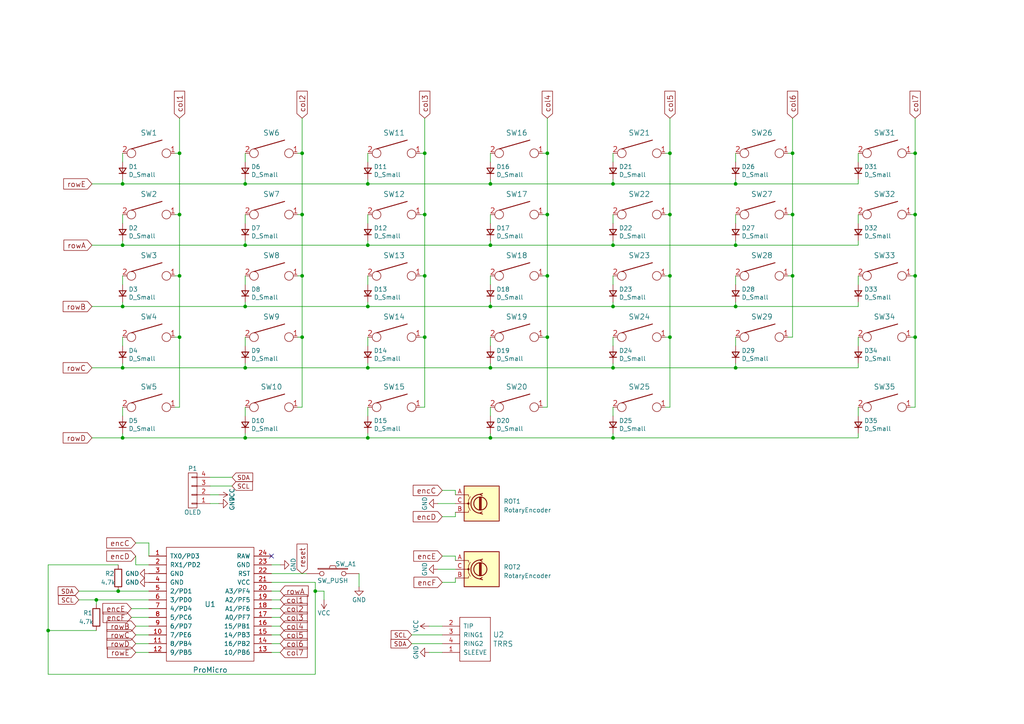
<source format=kicad_sch>
(kicad_sch (version 20230121) (generator eeschema)
  (paper "A4")
  (lib_symbols
    (symbol "Device:D_Small" (pin_numbers hide) (pin_names (offset 0.254) hide)
      (property "Reference" "D" (at -1.27 2.032 0))
      (property "Value" "D_Small" (at -3.81 -2.032 0))
      (symbol "D_Small_0_1"
        (polyline (pts (xy -0.762 -1.016) (xy -0.762 1.016)) (stroke (width 0.254)))
        (polyline (pts (xy -0.762 0) (xy 0.762 0)))
        (polyline (pts (xy 0.762 -1.016) (xy -0.762 0) (xy 0.762 1.016) (xy 0.762 -1.016)) (stroke (width 0.254)))
      )
      (symbol "D_Small_1_1"
        (pin passive line (at -2.54 0 0) (length 1.778) (name "K") (number "1"))
        (pin passive line (at 2.54 0 180) (length 1.778) (name "A") (number "2"))
      )
    )
    (symbol "Device:R" (pin_numbers hide) (pin_names (offset 0))
      (property "Reference" "R" (at 2.032 0 90))
      (property "Value" "R" (at 0 0 90))
      (symbol "R_0_1"
        (rectangle (start -1.016 -2.54) (end 1.016 2.54) (stroke (width 0.254)))
      )
      (symbol "R_1_1"
        (pin passive line (at 0 3.81 270) (length 1.27) (name "~") (number "1"))
        (pin passive line (at 0 -3.81 90) (length 1.27) (name "~") (number "2"))
      )
    )
    (symbol "Device:RotaryEncoder" (pin_names (offset 0.254) hide)
      (property "Reference" "SW" (at 0 6.604 0))
      (property "Value" "RotaryEncoder" (at 0 -6.604 0))
      (symbol "RotaryEncoder_0_1"
        (rectangle (start -5.08 5.08) (end 5.08 -5.08) (stroke (width 0.254)) (fill (type background)))
        (circle (center -3.81 0) (radius 0.254) (fill (type outline)))
        (circle (center -0.381 0) (radius 1.905) (stroke (width 0.254)))
        (arc (start -0.381 2.667) (mid -3.0988 -0.0635) (end -0.381 -2.794) (stroke (width 0.254)))
        (polyline (pts (xy -0.635 -1.778) (xy -0.635 1.778)) (stroke (width 0.254)))
        (polyline (pts (xy -0.381 -1.778) (xy -0.381 1.778)) (stroke (width 0.254)))
        (polyline (pts (xy -0.127 1.778) (xy -0.127 -1.778)) (stroke (width 0.254)))
        (polyline (pts (xy -5.08 -2.54) (xy -3.81 -2.54) (xy -3.81 -2.032)))
        (polyline (pts (xy -5.08 2.54) (xy -3.81 2.54) (xy -3.81 2.032)))
        (polyline (pts (xy 0.254 -3.048) (xy -0.508 -2.794) (xy 0.127 -2.413)) (stroke (width 0.254)))
        (polyline (pts (xy 0.254 2.921) (xy -0.508 2.667) (xy 0.127 2.286)) (stroke (width 0.254)))
        (polyline (pts (xy -5.08 0) (xy -3.81 0) (xy -3.81 -1.016) (xy -3.302 -2.032)))
        (polyline (pts (xy -4.318 0) (xy -3.81 0) (xy -3.81 1.016) (xy -3.302 2.032)))
      )
      (symbol "RotaryEncoder_1_1"
        (pin passive line (at -7.62 2.54 0) (length 2.54) (name "A") (number "A"))
        (pin passive line (at -7.62 -2.54 0) (length 2.54) (name "B") (number "B"))
        (pin passive line (at -7.62 0 0) (length 2.54) (name "C") (number "C"))
      )
    )
    (symbol "Lily58-rescue:CONN_01X04-Lily58-cache" (pin_names (offset 1.016) hide)
      (property "Reference" "P" (at 0 6.35 0))
      (property "Value" "Lily58-cache:CONN_01X04" (at 2.54 0 90))
      (symbol "CONN_01X04-Lily58-cache_0_1"
        (rectangle (start -1.27 -3.683) (end 0.254 -3.937))
        (rectangle (start -1.27 -1.143) (end 0.254 -1.397))
        (rectangle (start -1.27 1.397) (end 0.254 1.143))
        (rectangle (start -1.27 3.937) (end 0.254 3.683))
        (rectangle (start -1.27 5.08) (end 1.27 -5.08))
      )
      (symbol "CONN_01X04-Lily58-cache_1_1"
        (pin passive line (at -5.08 3.81 0) (length 3.81) (name "P1") (number "1"))
        (pin passive line (at -5.08 1.27 0) (length 3.81) (name "P2") (number "2"))
        (pin passive line (at -5.08 -1.27 0) (length 3.81) (name "P3") (number "3"))
        (pin passive line (at -5.08 -3.81 0) (length 3.81) (name "P4") (number "4"))
      )
    )
    (symbol "fourier-left-rescue:ProMicro-promicro" (pin_names (offset 1.016))
      (property "Reference" "U" (at 0 0 0))
      (property "Value" "ProMicro-promicro" (at 0 -19.05 0))
      (symbol "ProMicro-promicro_0_1"
        (rectangle (start -12.7 -16.51) (end 12.7 16.51))
      )
      (symbol "ProMicro-promicro_1_1"
        (pin input line (at -17.78 13.97 0) (length 5.08) (name "TX0/PD3") (number "1"))
        (pin input line (at -17.78 -8.89 0) (length 5.08) (name "7/PE6") (number "10"))
        (pin input line (at -17.78 -11.43 0) (length 5.08) (name "8/PB4") (number "11"))
        (pin input line (at -17.78 -13.97 0) (length 5.08) (name "9/PB5") (number "12"))
        (pin input line (at 17.78 -13.97 180) (length 5.08) (name "10/PB6") (number "13"))
        (pin input line (at 17.78 -11.43 180) (length 5.08) (name "16/PB2") (number "14"))
        (pin input line (at 17.78 -8.89 180) (length 5.08) (name "14/PB3") (number "15"))
        (pin input line (at 17.78 -6.35 180) (length 5.08) (name "15/PB1") (number "16"))
        (pin input line (at 17.78 -3.81 180) (length 5.08) (name "A0/PF7") (number "17"))
        (pin input line (at 17.78 -1.27 180) (length 5.08) (name "A1/PF6") (number "18"))
        (pin input line (at 17.78 1.27 180) (length 5.08) (name "A2/PF5") (number "19"))
        (pin input line (at -17.78 11.43 0) (length 5.08) (name "RX1/PD2") (number "2"))
        (pin input line (at 17.78 3.81 180) (length 5.08) (name "A3/PF4") (number "20"))
        (pin input line (at 17.78 6.35 180) (length 5.08) (name "VCC") (number "21"))
        (pin input line (at 17.78 8.89 180) (length 5.08) (name "RST") (number "22"))
        (pin input line (at 17.78 11.43 180) (length 5.08) (name "GND") (number "23"))
        (pin input line (at 17.78 13.97 180) (length 5.08) (name "RAW") (number "24"))
        (pin input line (at -17.78 8.89 0) (length 5.08) (name "GND") (number "3"))
        (pin input line (at -17.78 6.35 0) (length 5.08) (name "GND") (number "4"))
        (pin input line (at -17.78 3.81 0) (length 5.08) (name "2/PD1") (number "5"))
        (pin input line (at -17.78 1.27 0) (length 5.08) (name "3/PD0") (number "6"))
        (pin input line (at -17.78 -1.27 0) (length 5.08) (name "4/PD4") (number "7"))
        (pin input line (at -17.78 -3.81 0) (length 5.08) (name "5/PC6") (number "8"))
        (pin input line (at -17.78 -6.35 0) (length 5.08) (name "6/PD7") (number "9"))
      )
    )
    (symbol "fourier-left-rescue:SW_PUSH-RESCUE-fourier-left" (pin_numbers hide) (pin_names (offset 1.016) hide)
      (property "Reference" "SW" (at 3.81 2.794 0))
      (property "Value" "SW_PUSH-RESCUE-fourier-left" (at 0 -2.032 0))
      (symbol "SW_PUSH-RESCUE-fourier-left_0_1"
        (rectangle (start -4.318 1.27) (end 4.318 1.524))
        (polyline (pts (xy -1.016 1.524) (xy -0.762 2.286) (xy 0.762 2.286) (xy 1.016 1.524)))
        (pin passive inverted (at -7.62 0 0) (length 5.08) (name "1") (number "1"))
        (pin passive inverted (at 7.62 0 180) (length 5.08) (name "2") (number "2"))
      )
    )
    (symbol "fourier-left-rescue:TRRS-keebio" (pin_names (offset 1.016))
      (property "Reference" "U" (at 0 15.24 0))
      (property "Value" "keebio_TRRS" (at 0 -2.54 0))
      (symbol "TRRS-keebio_0_1"
        (rectangle (start -3.81 0) (end -3.81 12.7))
        (rectangle (start -3.81 12.7) (end 5.08 12.7))
        (rectangle (start 5.08 0) (end -3.81 0))
        (rectangle (start 5.08 12.7) (end 5.08 0))
      )
      (symbol "TRRS-keebio_1_1"
        (pin input line (at -8.89 2.54 0) (length 5.08) (name "SLEEVE") (number "1"))
        (pin input line (at -8.89 10.16 0) (length 5.08) (name "TIP") (number "2"))
        (pin input line (at -8.89 7.62 0) (length 5.08) (name "RING1") (number "3"))
        (pin input line (at -8.89 5.08 0) (length 5.08) (name "RING2") (number "4"))
      )
    )
    (symbol "keyboard_parts:KEYSW" (pin_names (offset 1.016))
      (property "Reference" "K?" (at -1.27 0 0))
      (symbol "KEYSW_0_1"
        (circle (center -5.08 0) (radius 1.27))
        (polyline (pts (xy -5.08 1.27) (xy 3.81 3.81)) (stroke (width 0.254)))
        (circle (center 5.08 0) (radius 1.27))
      )
      (symbol "KEYSW_1_1"
        (pin passive line (at 7.62 0 180) (length 1.27) (name "~") (number "1"))
        (pin passive line (at -7.62 0 0) (length 1.27) (name "~") (number "2"))
      )
    )
    (symbol "power:GND" (power) (pin_names (offset 0))
      (property "Value" "GND" (at 0 -3.81 0))
      (symbol "GND_0_1"
        (polyline (pts (xy 0 0) (xy 0 -1.27) (xy 1.27 -1.27) (xy 0 -2.54) (xy -1.27 -1.27) (xy 0 -1.27)))
      )
      (symbol "GND_1_1"
        (pin power_in line (at 0 0 270) (length 0) hide (name "GND") (number "1"))
      )
    )
    (symbol "power:VCC" (power) (pin_names (offset 0))
      (property "Value" "VCC" (at 0 3.81 0))
      (symbol "VCC_0_1"
        (polyline (pts (xy -0.762 1.27) (xy 0 2.54)))
        (polyline (pts (xy 0 0) (xy 0 2.54)))
        (polyline (pts (xy 0 2.54) (xy 0.762 1.27)))
      )
      (symbol "VCC_1_1"
        (pin power_in line (at 0 0 90) (length 0) hide (name "VCC") (number "1"))
      )
    )
  )
  (junction (at 194.31 80.01))
  (junction (at 229.87 62.23))
  (junction (at 265.43 97.79))
  (junction (at 34.29 171.45))
  (junction (at 106.68 88.9))
  (junction (at 123.19 44.45))
  (junction (at 71.12 88.9))
  (junction (at 27.94 173.99))
  (junction (at 35.56 127))
  (junction (at 52.07 80.01))
  (junction (at 87.63 44.45))
  (junction (at 52.07 62.23))
  (junction (at 177.8 53.34))
  (junction (at 194.31 62.23))
  (junction (at 213.36 71.12))
  (junction (at 87.63 97.79))
  (junction (at 35.56 53.34))
  (junction (at 71.12 127))
  (junction (at 106.68 127))
  (junction (at 35.56 71.12))
  (junction (at 71.12 106.68))
  (junction (at 71.12 71.12))
  (junction (at 106.68 71.12))
  (junction (at 213.36 53.34))
  (junction (at 35.56 106.68))
  (junction (at 265.43 62.23))
  (junction (at 213.36 106.68))
  (junction (at 35.56 88.9))
  (junction (at 123.19 97.79))
  (junction (at 52.07 44.45))
  (junction (at 142.24 88.9))
  (junction (at 229.87 44.45))
  (junction (at 177.8 71.12))
  (junction (at 142.24 53.34))
  (junction (at 194.31 97.79))
  (junction (at 158.75 44.45))
  (junction (at 13.97 182.88))
  (junction (at 177.8 88.9))
  (junction (at 158.75 97.79))
  (junction (at 265.43 80.01))
  (junction (at 142.24 127))
  (junction (at 158.75 62.23))
  (junction (at 142.24 106.68))
  (junction (at 52.07 97.79))
  (junction (at 265.43 44.45))
  (junction (at 229.87 80.01))
  (junction (at 71.12 53.34))
  (junction (at 123.19 80.01))
  (junction (at 177.8 106.68))
  (junction (at 87.63 62.23))
  (junction (at 213.36 88.9))
  (junction (at 106.68 106.68))
  (junction (at 106.68 53.34))
  (junction (at 194.31 44.45))
  (junction (at 87.63 80.01))
  (junction (at 158.75 80.01))
  (junction (at 123.19 62.23))
  (junction (at 91.44 171.45))
  (junction (at 142.24 71.12))
  (junction (at 177.8 127))
  (no_connect (at 78.74 161.29))
  (wire (pts (xy 91.44 171.45) (xy 91.44 168.91)))
  (wire (pts (xy 193.04 118.11) (xy 194.31 118.11)))
  (wire (pts (xy 78.74 189.23) (xy 81.28 189.23)))
  (wire (pts (xy 248.92 118.11) (xy 248.92 120.65)))
  (wire (pts (xy 50.8 118.11) (xy 52.07 118.11)))
  (wire (pts (xy 228.6 62.23) (xy 229.87 62.23)))
  (wire (pts (xy 177.8 62.23) (xy 177.8 64.77)))
  (wire (pts (xy 106.68 52.07) (xy 106.68 53.34)))
  (wire (pts (xy 132.08 168.91) (xy 128.27 168.91)))
  (wire (pts (xy 248.92 97.79) (xy 248.92 100.33)))
  (wire (pts (xy 13.97 163.83) (xy 13.97 182.88)))
  (wire (pts (xy 52.07 80.01) (xy 52.07 97.79)))
  (wire (pts (xy 213.36 97.79) (xy 213.36 100.33)))
  (wire (pts (xy 71.12 62.23) (xy 71.12 64.77)))
  (wire (pts (xy 39.37 163.83) (xy 43.18 163.83)))
  (wire (pts (xy 213.36 88.9) (xy 248.92 88.9)))
  (wire (pts (xy 213.36 44.45) (xy 213.36 46.99)))
  (wire (pts (xy 248.92 125.73) (xy 248.92 127)))
  (wire (pts (xy 248.92 69.85) (xy 248.92 71.12)))
  (wire (pts (xy 142.24 125.73) (xy 142.24 127)))
  (wire (pts (xy 35.56 52.07) (xy 35.56 53.34)))
  (wire (pts (xy 142.24 88.9) (xy 177.8 88.9)))
  (wire (pts (xy 194.31 80.01) (xy 194.31 97.79)))
  (wire (pts (xy 229.87 80.01) (xy 229.87 97.79)))
  (wire (pts (xy 132.08 148.59) (xy 132.08 149.86)))
  (wire (pts (xy 27.94 175.26) (xy 27.94 173.99)))
  (wire (pts (xy 158.75 97.79) (xy 158.75 118.11)))
  (wire (pts (xy 26.67 88.9) (xy 35.56 88.9)))
  (wire (pts (xy 121.92 97.79) (xy 123.19 97.79)))
  (wire (pts (xy 248.92 80.01) (xy 248.92 82.55)))
  (wire (pts (xy 106.68 127) (xy 142.24 127)))
  (wire (pts (xy 78.74 176.53) (xy 81.28 176.53)))
  (wire (pts (xy 158.75 62.23) (xy 158.75 80.01)))
  (wire (pts (xy 39.37 181.61) (xy 43.18 181.61)))
  (wire (pts (xy 229.87 34.29) (xy 229.87 44.45)))
  (wire (pts (xy 158.75 80.01) (xy 158.75 97.79)))
  (wire (pts (xy 142.24 105.41) (xy 142.24 106.68)))
  (wire (pts (xy 26.67 71.12) (xy 35.56 71.12)))
  (wire (pts (xy 194.31 34.29) (xy 194.31 44.45)))
  (wire (pts (xy 157.48 44.45) (xy 158.75 44.45)))
  (wire (pts (xy 194.31 97.79) (xy 194.31 118.11)))
  (wire (pts (xy 127 146.05) (xy 132.08 146.05)))
  (wire (pts (xy 78.74 171.45) (xy 81.28 171.45)))
  (wire (pts (xy 106.68 105.41) (xy 106.68 106.68)))
  (wire (pts (xy 158.75 34.29) (xy 158.75 44.45)))
  (wire (pts (xy 157.48 62.23) (xy 158.75 62.23)))
  (wire (pts (xy 121.92 80.01) (xy 123.19 80.01)))
  (wire (pts (xy 35.56 44.45) (xy 35.56 46.99)))
  (wire (pts (xy 177.8 52.07) (xy 177.8 53.34)))
  (wire (pts (xy 142.24 127) (xy 177.8 127)))
  (wire (pts (xy 71.12 69.85) (xy 71.12 71.12)))
  (wire (pts (xy 193.04 97.79) (xy 194.31 97.79)))
  (wire (pts (xy 71.12 125.73) (xy 71.12 127)))
  (wire (pts (xy 157.48 118.11) (xy 158.75 118.11)))
  (wire (pts (xy 60.96 138.43) (xy 67.31 138.43)))
  (wire (pts (xy 93.98 173.99) (xy 93.98 171.45)))
  (wire (pts (xy 264.16 62.23) (xy 265.43 62.23)))
  (wire (pts (xy 78.74 173.99) (xy 81.28 173.99)))
  (wire (pts (xy 106.68 69.85) (xy 106.68 71.12)))
  (wire (pts (xy 86.36 44.45) (xy 87.63 44.45)))
  (wire (pts (xy 93.98 171.45) (xy 91.44 171.45)))
  (wire (pts (xy 60.96 143.51) (xy 63.5 143.51)))
  (wire (pts (xy 132.08 161.29) (xy 132.08 162.56)))
  (wire (pts (xy 78.74 184.15) (xy 81.28 184.15)))
  (wire (pts (xy 35.56 97.79) (xy 35.56 100.33)))
  (wire (pts (xy 142.24 53.34) (xy 177.8 53.34)))
  (wire (pts (xy 71.12 106.68) (xy 106.68 106.68)))
  (wire (pts (xy 142.24 106.68) (xy 177.8 106.68)))
  (wire (pts (xy 39.37 186.69) (xy 43.18 186.69)))
  (wire (pts (xy 265.43 34.29) (xy 265.43 44.45)))
  (wire (pts (xy 121.92 62.23) (xy 123.19 62.23)))
  (wire (pts (xy 265.43 80.01) (xy 265.43 97.79)))
  (wire (pts (xy 264.16 44.45) (xy 265.43 44.45)))
  (wire (pts (xy 26.67 106.68) (xy 35.56 106.68)))
  (wire (pts (xy 193.04 80.01) (xy 194.31 80.01)))
  (wire (pts (xy 228.6 80.01) (xy 229.87 80.01)))
  (wire (pts (xy 43.18 157.48) (xy 39.37 157.48)))
  (wire (pts (xy 193.04 44.45) (xy 194.31 44.45)))
  (wire (pts (xy 87.63 97.79) (xy 87.63 118.11)))
  (wire (pts (xy 121.92 118.11) (xy 123.19 118.11)))
  (wire (pts (xy 264.16 118.11) (xy 265.43 118.11)))
  (wire (pts (xy 71.12 80.01) (xy 71.12 82.55)))
  (wire (pts (xy 39.37 184.15) (xy 43.18 184.15)))
  (wire (pts (xy 71.12 71.12) (xy 106.68 71.12)))
  (wire (pts (xy 142.24 118.11) (xy 142.24 120.65)))
  (wire (pts (xy 177.8 118.11) (xy 177.8 120.65)))
  (wire (pts (xy 119.38 184.15) (xy 128.27 184.15)))
  (wire (pts (xy 35.56 80.01) (xy 35.56 82.55)))
  (wire (pts (xy 38.1 176.53) (xy 43.18 176.53)))
  (wire (pts (xy 106.68 44.45) (xy 106.68 46.99)))
  (wire (pts (xy 142.24 80.01) (xy 142.24 82.55)))
  (wire (pts (xy 213.36 52.07) (xy 213.36 53.34)))
  (wire (pts (xy 86.36 97.79) (xy 87.63 97.79)))
  (wire (pts (xy 106.68 97.79) (xy 106.68 100.33)))
  (wire (pts (xy 71.12 97.79) (xy 71.12 100.33)))
  (wire (pts (xy 128.27 161.29) (xy 132.08 161.29)))
  (wire (pts (xy 35.56 53.34) (xy 71.12 53.34)))
  (wire (pts (xy 60.96 140.97) (xy 67.31 140.97)))
  (wire (pts (xy 35.56 125.73) (xy 35.56 127)))
  (wire (pts (xy 194.31 44.45) (xy 194.31 62.23)))
  (wire (pts (xy 142.24 97.79) (xy 142.24 100.33)))
  (wire (pts (xy 13.97 182.88) (xy 13.97 195.58)))
  (wire (pts (xy 87.63 34.29) (xy 87.63 44.45)))
  (wire (pts (xy 50.8 97.79) (xy 52.07 97.79)))
  (wire (pts (xy 39.37 189.23) (xy 43.18 189.23)))
  (wire (pts (xy 78.74 166.37) (xy 88.9 166.37)))
  (wire (pts (xy 177.8 87.63) (xy 177.8 88.9)))
  (wire (pts (xy 106.68 62.23) (xy 106.68 64.77)))
  (wire (pts (xy 71.12 52.07) (xy 71.12 53.34)))
  (wire (pts (xy 13.97 195.58) (xy 91.44 195.58)))
  (wire (pts (xy 177.8 97.79) (xy 177.8 100.33)))
  (wire (pts (xy 35.56 69.85) (xy 35.56 71.12)))
  (wire (pts (xy 177.8 127) (xy 248.92 127)))
  (wire (pts (xy 78.74 168.91) (xy 91.44 168.91)))
  (wire (pts (xy 265.43 62.23) (xy 265.43 80.01)))
  (wire (pts (xy 124.46 181.61) (xy 128.27 181.61)))
  (wire (pts (xy 123.19 97.79) (xy 123.19 118.11)))
  (wire (pts (xy 35.56 106.68) (xy 71.12 106.68)))
  (wire (pts (xy 132.08 142.24) (xy 132.08 143.51)))
  (wire (pts (xy 35.56 62.23) (xy 35.56 64.77)))
  (wire (pts (xy 128.27 142.24) (xy 132.08 142.24)))
  (wire (pts (xy 71.12 118.11) (xy 71.12 120.65)))
  (wire (pts (xy 265.43 44.45) (xy 265.43 62.23)))
  (wire (pts (xy 123.19 44.45) (xy 123.19 62.23)))
  (wire (pts (xy 52.07 62.23) (xy 52.07 80.01)))
  (wire (pts (xy 142.24 44.45) (xy 142.24 46.99)))
  (wire (pts (xy 121.92 44.45) (xy 123.19 44.45)))
  (wire (pts (xy 142.24 62.23) (xy 142.24 64.77)))
  (wire (pts (xy 142.24 52.07) (xy 142.24 53.34)))
  (wire (pts (xy 71.12 53.34) (xy 106.68 53.34)))
  (wire (pts (xy 71.12 87.63) (xy 71.12 88.9)))
  (wire (pts (xy 71.12 44.45) (xy 71.12 46.99)))
  (wire (pts (xy 248.92 105.41) (xy 248.92 106.68)))
  (wire (pts (xy 229.87 62.23) (xy 229.87 80.01)))
  (wire (pts (xy 50.8 62.23) (xy 52.07 62.23)))
  (wire (pts (xy 265.43 97.79) (xy 265.43 118.11)))
  (wire (pts (xy 123.19 62.23) (xy 123.19 80.01)))
  (wire (pts (xy 43.18 161.29) (xy 43.18 157.48)))
  (wire (pts (xy 213.36 71.12) (xy 248.92 71.12)))
  (wire (pts (xy 248.92 62.23) (xy 248.92 64.77)))
  (wire (pts (xy 124.46 189.23) (xy 128.27 189.23)))
  (wire (pts (xy 177.8 105.41) (xy 177.8 106.68)))
  (wire (pts (xy 71.12 105.41) (xy 71.12 106.68)))
  (wire (pts (xy 193.04 62.23) (xy 194.31 62.23)))
  (wire (pts (xy 87.63 80.01) (xy 87.63 97.79)))
  (wire (pts (xy 52.07 97.79) (xy 52.07 118.11)))
  (wire (pts (xy 213.36 62.23) (xy 213.36 64.77)))
  (wire (pts (xy 264.16 80.01) (xy 265.43 80.01)))
  (wire (pts (xy 78.74 186.69) (xy 81.28 186.69)))
  (wire (pts (xy 177.8 53.34) (xy 213.36 53.34)))
  (wire (pts (xy 248.92 87.63) (xy 248.92 88.9)))
  (wire (pts (xy 229.87 44.45) (xy 229.87 62.23)))
  (wire (pts (xy 142.24 87.63) (xy 142.24 88.9)))
  (wire (pts (xy 123.19 80.01) (xy 123.19 97.79)))
  (wire (pts (xy 78.74 163.83) (xy 81.28 163.83)))
  (wire (pts (xy 71.12 127) (xy 106.68 127)))
  (wire (pts (xy 26.67 53.34) (xy 35.56 53.34)))
  (wire (pts (xy 27.94 173.99) (xy 43.18 173.99)))
  (wire (pts (xy 78.74 181.61) (xy 81.28 181.61)))
  (wire (pts (xy 158.75 44.45) (xy 158.75 62.23)))
  (wire (pts (xy 194.31 62.23) (xy 194.31 80.01)))
  (wire (pts (xy 106.68 118.11) (xy 106.68 120.65)))
  (wire (pts (xy 177.8 71.12) (xy 213.36 71.12)))
  (wire (pts (xy 213.36 87.63) (xy 213.36 88.9)))
  (wire (pts (xy 157.48 97.79) (xy 158.75 97.79)))
  (wire (pts (xy 35.56 105.41) (xy 35.56 106.68)))
  (wire (pts (xy 87.63 44.45) (xy 87.63 62.23)))
  (wire (pts (xy 213.36 53.34) (xy 248.92 53.34)))
  (wire (pts (xy 213.36 105.41) (xy 213.36 106.68)))
  (wire (pts (xy 50.8 44.45) (xy 52.07 44.45)))
  (wire (pts (xy 177.8 44.45) (xy 177.8 46.99)))
  (wire (pts (xy 106.68 106.68) (xy 142.24 106.68)))
  (wire (pts (xy 157.48 80.01) (xy 158.75 80.01)))
  (wire (pts (xy 78.74 179.07) (xy 81.28 179.07)))
  (wire (pts (xy 106.68 88.9) (xy 142.24 88.9)))
  (wire (pts (xy 127 165.1) (xy 132.08 165.1)))
  (wire (pts (xy 213.36 69.85) (xy 213.36 71.12)))
  (wire (pts (xy 132.08 167.64) (xy 132.08 168.91)))
  (wire (pts (xy 35.56 127) (xy 71.12 127)))
  (wire (pts (xy 132.08 149.86) (xy 128.27 149.86)))
  (wire (pts (xy 60.96 146.05) (xy 63.5 146.05)))
  (wire (pts (xy 177.8 88.9) (xy 213.36 88.9)))
  (wire (pts (xy 123.19 34.29) (xy 123.19 44.45)))
  (wire (pts (xy 142.24 69.85) (xy 142.24 71.12)))
  (wire (pts (xy 13.97 163.83) (xy 34.29 163.83)))
  (wire (pts (xy 106.68 53.34) (xy 142.24 53.34)))
  (wire (pts (xy 106.68 87.63) (xy 106.68 88.9)))
  (wire (pts (xy 177.8 69.85) (xy 177.8 71.12)))
  (wire (pts (xy 91.44 195.58) (xy 91.44 171.45)))
  (wire (pts (xy 86.36 62.23) (xy 87.63 62.23)))
  (wire (pts (xy 213.36 80.01) (xy 213.36 82.55)))
  (wire (pts (xy 106.68 80.01) (xy 106.68 82.55)))
  (wire (pts (xy 38.1 179.07) (xy 43.18 179.07)))
  (wire (pts (xy 52.07 44.45) (xy 52.07 62.23)))
  (wire (pts (xy 35.56 88.9) (xy 71.12 88.9)))
  (wire (pts (xy 142.24 71.12) (xy 177.8 71.12)))
  (wire (pts (xy 71.12 88.9) (xy 106.68 88.9)))
  (wire (pts (xy 86.36 80.01) (xy 87.63 80.01)))
  (wire (pts (xy 52.07 34.29) (xy 52.07 44.45)))
  (wire (pts (xy 104.14 170.18) (xy 104.14 166.37)))
  (wire (pts (xy 34.29 171.45) (xy 43.18 171.45)))
  (wire (pts (xy 13.97 182.88) (xy 27.94 182.88)))
  (wire (pts (xy 248.92 44.45) (xy 248.92 46.99)))
  (wire (pts (xy 86.36 118.11) (xy 87.63 118.11)))
  (wire (pts (xy 22.86 171.45) (xy 34.29 171.45)))
  (wire (pts (xy 177.8 125.73) (xy 177.8 127)))
  (wire (pts (xy 213.36 106.68) (xy 248.92 106.68)))
  (wire (pts (xy 228.6 44.45) (xy 229.87 44.45)))
  (wire (pts (xy 264.16 97.79) (xy 265.43 97.79)))
  (wire (pts (xy 22.86 173.99) (xy 27.94 173.99)))
  (wire (pts (xy 39.37 161.29) (xy 39.37 163.83)))
  (wire (pts (xy 106.68 71.12) (xy 142.24 71.12)))
  (wire (pts (xy 106.68 125.73) (xy 106.68 127)))
  (wire (pts (xy 177.8 80.01) (xy 177.8 82.55)))
  (wire (pts (xy 119.38 186.69) (xy 128.27 186.69)))
  (wire (pts (xy 35.56 87.63) (xy 35.56 88.9)))
  (wire (pts (xy 35.56 118.11) (xy 35.56 120.65)))
  (wire (pts (xy 228.6 97.79) (xy 229.87 97.79)))
  (wire (pts (xy 248.92 52.07) (xy 248.92 53.34)))
  (wire (pts (xy 35.56 71.12) (xy 71.12 71.12)))
  (wire (pts (xy 87.63 62.23) (xy 87.63 80.01)))
  (wire (pts (xy 50.8 80.01) (xy 52.07 80.01)))
  (wire (pts (xy 177.8 106.68) (xy 213.36 106.68)))
  (wire (pts (xy 26.67 127) (xy 35.56 127)))
  (global_label "col6" (shape input) (at 81.28 186.69 0) (effects (font (size 1.524 1.524))) (property "Intersheetrefs" "${INTERSHEET_REFS}" (effects hide)))
  (global_label "encE" (shape input) (at 128.27 161.29 180) (effects (font (size 1.524 1.524))) (property "Intersheetrefs" "${INTERSHEET_REFS}" (effects hide)))
  (global_label "col7" (shape input) (at 81.28 189.23 0) (effects (font (size 1.524 1.524))) (property "Intersheetrefs" "${INTERSHEET_REFS}" (effects hide)))
  (global_label "col2" (shape input) (at 87.63 34.29 90) (effects (font (size 1.524 1.524))) (property "Intersheetrefs" "${INTERSHEET_REFS}" (effects hide)))
  (global_label "rowE" (shape input) (at 26.67 53.34 180) (effects (font (size 1.524 1.524))) (property "Intersheetrefs" "${INTERSHEET_REFS}" (effects hide)))
  (global_label "col3" (shape input) (at 123.19 34.29 90) (effects (font (size 1.524 1.524))) (property "Intersheetrefs" "${INTERSHEET_REFS}" (effects hide)))
  (global_label "rowA" (shape input) (at 81.28 171.45 0) (effects (font (size 1.524 1.524))) (property "Intersheetrefs" "${INTERSHEET_REFS}" (effects hide)))
  (global_label "col1" (shape input) (at 52.07 34.29 90) (effects (font (size 1.524 1.524))) (property "Intersheetrefs" "${INTERSHEET_REFS}" (effects hide)))
  (global_label "SDA" (shape input) (at 67.31 138.43 0) (property "Intersheetrefs" "${INTERSHEET_REFS}" (effects hide)))
  (global_label "rowD" (shape input) (at 26.67 127 180) (effects (font (size 1.524 1.524))) (property "Intersheetrefs" "${INTERSHEET_REFS}" (effects hide)))
  (global_label "reset" (shape input) (at 87.63 166.37 90) (effects (font (size 1.524 1.524))) (property "Intersheetrefs" "${INTERSHEET_REFS}" (effects hide)))
  (global_label "rowB" (shape input) (at 26.67 88.9 180) (effects (font (size 1.524 1.524))) (property "Intersheetrefs" "${INTERSHEET_REFS}" (effects hide)))
  (global_label "col5" (shape input) (at 81.28 184.15 0) (effects (font (size 1.524 1.524))) (property "Intersheetrefs" "${INTERSHEET_REFS}" (effects hide)))
  (global_label "rowD" (shape input) (at 39.37 186.69 180) (effects (font (size 1.524 1.524))) (property "Intersheetrefs" "${INTERSHEET_REFS}" (effects hide)))
  (global_label "col4" (shape input) (at 81.28 181.61 0) (effects (font (size 1.524 1.524))) (property "Intersheetrefs" "${INTERSHEET_REFS}" (effects hide)))
  (global_label "col5" (shape input) (at 194.31 34.29 90) (effects (font (size 1.524 1.524))) (property "Intersheetrefs" "${INTERSHEET_REFS}" (effects hide)))
  (global_label "col3" (shape input) (at 81.28 179.07 0) (effects (font (size 1.524 1.524))) (property "Intersheetrefs" "${INTERSHEET_REFS}" (effects hide)))
  (global_label "SCL" (shape input) (at 67.31 140.97 0) (property "Intersheetrefs" "${INTERSHEET_REFS}" (effects hide)))
  (global_label "rowC" (shape input) (at 26.67 106.68 180) (effects (font (size 1.524 1.524))) (property "Intersheetrefs" "${INTERSHEET_REFS}" (effects hide)))
  (global_label "SCL" (shape input) (at 22.86 173.99 180) (property "Intersheetrefs" "${INTERSHEET_REFS}" (effects hide)))
  (global_label "col6" (shape input) (at 229.87 34.29 90) (effects (font (size 1.524 1.524))) (property "Intersheetrefs" "${INTERSHEET_REFS}" (effects hide)))
  (global_label "col7" (shape input) (at 265.43 34.29 90) (effects (font (size 1.524 1.524))) (property "Intersheetrefs" "${INTERSHEET_REFS}" (effects hide)))
  (global_label "rowA" (shape input) (at 26.67 71.12 180) (effects (font (size 1.524 1.524))) (property "Intersheetrefs" "${INTERSHEET_REFS}" (effects hide)))
  (global_label "encC" (shape input) (at 128.27 142.24 180) (effects (font (size 1.524 1.524))) (property "Intersheetrefs" "${INTERSHEET_REFS}" (effects hide)))
  (global_label "encC" (shape input) (at 39.37 157.48 180) (effects (font (size 1.524 1.524))) (property "Intersheetrefs" "${INTERSHEET_REFS}" (effects hide)))
  (global_label "encD" (shape input) (at 39.37 161.29 180) (effects (font (size 1.524 1.524))) (property "Intersheetrefs" "${INTERSHEET_REFS}" (effects hide)))
  (global_label "encF" (shape input) (at 128.27 168.91 180) (effects (font (size 1.524 1.524))) (property "Intersheetrefs" "${INTERSHEET_REFS}" (effects hide)))
  (global_label "rowB" (shape input) (at 39.37 181.61 180) (effects (font (size 1.524 1.524))) (property "Intersheetrefs" "${INTERSHEET_REFS}" (effects hide)))
  (global_label "col4" (shape input) (at 158.75 34.29 90) (effects (font (size 1.524 1.524))) (property "Intersheetrefs" "${INTERSHEET_REFS}" (effects hide)))
  (global_label "rowC" (shape input) (at 39.37 184.15 180) (effects (font (size 1.524 1.524))) (property "Intersheetrefs" "${INTERSHEET_REFS}" (effects hide)))
  (global_label "col2" (shape input) (at 81.28 176.53 0) (effects (font (size 1.524 1.524))) (property "Intersheetrefs" "${INTERSHEET_REFS}" (effects hide)))
  (global_label "encF" (shape input) (at 38.1 179.07 180) (effects (font (size 1.524 1.524))) (property "Intersheetrefs" "${INTERSHEET_REFS}" (effects hide)))
  (global_label "col1" (shape input) (at 81.28 173.99 0) (effects (font (size 1.524 1.524))) (property "Intersheetrefs" "${INTERSHEET_REFS}" (effects hide)))
  (global_label "SDA" (shape input) (at 119.38 186.69 180) (property "Intersheetrefs" "${INTERSHEET_REFS}" (effects hide)))
  (global_label "rowE" (shape input) (at 39.37 189.23 180) (effects (font (size 1.524 1.524))) (property "Intersheetrefs" "${INTERSHEET_REFS}" (effects hide)))
  (global_label "SCL" (shape input) (at 119.38 184.15 180) (property "Intersheetrefs" "${INTERSHEET_REFS}" (effects hide)))
  (global_label "encE" (shape input) (at 38.1 176.53 180) (effects (font (size 1.524 1.524))) (property "Intersheetrefs" "${INTERSHEET_REFS}" (effects hide)))
  (global_label "encD" (shape input) (at 128.27 149.86 180) (effects (font (size 1.524 1.524))) (property "Intersheetrefs" "${INTERSHEET_REFS}" (effects hide)))
  (global_label "SDA" (shape input) (at 22.86 171.45 180) (property "Intersheetrefs" "${INTERSHEET_REFS}" (effects hide)))
  (symbol (lib_id "Device:D_Small") (at 106.68 49.53 90) (unit 1)
    (property "Reference" "D11" (at 108.4072 48.3616 90) (effects (justify right)))
    (property "Value" "D_Small" (at 108.4072 50.673 90) (effects (justify right)))
    (property "Footprint" "Library:Diode" (effects hide))
    (property "Sim.Device" "D" (effects hide))
    (property "Sim.Pins" "1=K 2=A" (effects hide))
  )
  (symbol (lib_id "keyboard_parts:KEYSW") (at 43.18 80.01 0) (unit 1)
    (property "Reference" "SW3" (at 43.18 74.0918 0) (effects (font (size 1.524 1.524))))
    (property "Value" "KEYSW" (effects hide))
    (property "Footprint" "Button_Switch_Keyboard:SW_Cherry_MX_1.00u_PCB" (effects hide))
  )
  (symbol (lib_id "Device:R") (at 27.94 179.07 0) (unit 1)
    (property "Reference" "R1" (at 24.13 177.8 0) (effects (justify left)))
    (property "Value" "4.7k" (at 22.86 180.34 0) (effects (justify left)))
    (property "Footprint" "Library:RESISTOR" (effects hide))
  )
  (symbol (lib_id "keyboard_parts:KEYSW") (at 114.3 62.23 0) (unit 1)
    (property "Reference" "SW12" (at 114.3 56.3118 0) (effects (font (size 1.524 1.524))))
    (property "Value" "KEYSW" (effects hide))
    (property "Footprint" "Button_Switch_Keyboard:SW_Cherry_MX_1.00u_PCB" (effects hide))
  )
  (symbol (lib_id "fourier-left-rescue:ProMicro-promicro") (at 60.96 175.26 0) (unit 1)
    (property "Reference" "U1" (at 60.96 175.26 0) (effects (font (size 1.524 1.524))))
    (property "Value" "ProMicro" (at 60.96 194.31 0) (effects (font (size 1.524 1.524))))
    (property "Footprint" "Library:ArduinoProMicro-ZigZag" (effects hide))
  )
  (symbol (lib_id "Device:RotaryEncoder") (at 139.7 146.05 0) (unit 1)
    (property "Reference" "ROT1" (at 146.05 145.415 0) (effects (justify left)))
    (property "Value" "RotaryEncoder" (at 146.05 147.955 0) (effects (justify left)))
    (property "Footprint" "Library:RotaryEncoder_EC11" (effects hide))
  )
  (symbol (lib_id "Device:D_Small") (at 177.8 67.31 90) (unit 1)
    (property "Reference" "D22" (at 179.5272 66.1416 90) (effects (justify right)))
    (property "Value" "D_Small" (at 179.5272 68.453 90) (effects (justify right)))
    (property "Footprint" "Library:Diode" (effects hide))
    (property "Sim.Device" "D" (effects hide))
    (property "Sim.Pins" "1=K 2=A" (effects hide))
  )
  (symbol (lib_id "Device:D_Small") (at 142.24 123.19 90) (unit 1)
    (property "Reference" "D20" (at 143.9672 122.0216 90) (effects (justify right)))
    (property "Value" "D_Small" (at 143.9672 124.333 90) (effects (justify right)))
    (property "Footprint" "Library:Diode" (effects hide))
    (property "Sim.Device" "D" (effects hide))
    (property "Sim.Pins" "1=K 2=A" (effects hide))
  )
  (symbol (lib_id "Device:D_Small") (at 248.92 85.09 90) (unit 1)
    (property "Reference" "D33" (at 250.6472 83.9216 90) (effects (justify right)))
    (property "Value" "D_Small" (at 250.6472 86.233 90) (effects (justify right)))
    (property "Footprint" "Library:Diode" (effects hide))
    (property "Sim.Device" "D" (effects hide))
    (property "Sim.Pins" "1=K 2=A" (effects hide))
  )
  (symbol (lib_id "Device:D_Small") (at 71.12 102.87 90) (unit 1)
    (property "Reference" "D9" (at 72.8472 101.7016 90) (effects (justify right)))
    (property "Value" "D_Small" (at 72.8472 104.013 90) (effects (justify right)))
    (property "Footprint" "Library:Diode" (effects hide))
    (property "Sim.Device" "D" (effects hide))
    (property "Sim.Pins" "1=K 2=A" (effects hide))
  )
  (symbol (lib_id "power:GND") (at 127 165.1 270) (unit 1)
    (property "Reference" "#PWR08" (effects hide))
    (property "Value" "GND" (at 123.19 165.1 0))
  )
  (symbol (lib_id "power:GND") (at 43.18 168.91 270) (unit 1)
    (property "Reference" "#PWR05" (effects hide))
    (property "Value" "GND" (at 36.322 168.91 90) (effects (justify left)))
  )
  (symbol (lib_id "keyboard_parts:KEYSW") (at 43.18 97.79 0) (unit 1)
    (property "Reference" "SW4" (at 43.18 91.8718 0) (effects (font (size 1.524 1.524))))
    (property "Value" "KEYSW" (effects hide))
    (property "Footprint" "Button_Switch_Keyboard:SW_Cherry_MX_1.00u_PCB" (effects hide))
  )
  (symbol (lib_id "Device:D_Small") (at 213.36 49.53 90) (unit 1)
    (property "Reference" "D26" (at 215.0872 48.3616 90) (effects (justify right)))
    (property "Value" "D_Small" (at 215.0872 50.673 90) (effects (justify right)))
    (property "Footprint" "Library:Diode" (effects hide))
    (property "Sim.Device" "D" (effects hide))
    (property "Sim.Pins" "1=K 2=A" (effects hide))
  )
  (symbol (lib_id "Device:D_Small") (at 71.12 123.19 90) (unit 1)
    (property "Reference" "D10" (at 72.8472 122.0216 90) (effects (justify right)))
    (property "Value" "D_Small" (at 72.8472 124.333 90) (effects (justify right)))
    (property "Footprint" "Library:Diode" (effects hide))
    (property "Sim.Device" "D" (effects hide))
    (property "Sim.Pins" "1=K 2=A" (effects hide))
  )
  (symbol (lib_id "Device:D_Small") (at 248.92 67.31 90) (unit 1)
    (property "Reference" "D32" (at 250.6472 66.1416 90) (effects (justify right)))
    (property "Value" "D_Small" (at 250.6472 68.453 90) (effects (justify right)))
    (property "Footprint" "Library:Diode" (effects hide))
    (property "Sim.Device" "D" (effects hide))
    (property "Sim.Pins" "1=K 2=A" (effects hide))
  )
  (symbol (lib_id "Device:D_Small") (at 213.36 85.09 90) (unit 1)
    (property "Reference" "D28" (at 215.0872 83.9216 90) (effects (justify right)))
    (property "Value" "D_Small" (at 215.0872 86.233 90) (effects (justify right)))
    (property "Footprint" "Library:Diode" (effects hide))
    (property "Sim.Device" "D" (effects hide))
    (property "Sim.Pins" "1=K 2=A" (effects hide))
  )
  (symbol (lib_id "Device:D_Small") (at 142.24 102.87 90) (unit 1)
    (property "Reference" "D19" (at 143.9672 101.7016 90) (effects (justify right)))
    (property "Value" "D_Small" (at 143.9672 104.013 90) (effects (justify right)))
    (property "Footprint" "Library:Diode" (effects hide))
    (property "Sim.Device" "D" (effects hide))
    (property "Sim.Pins" "1=K 2=A" (effects hide))
  )
  (symbol (lib_id "Device:D_Small") (at 213.36 67.31 90) (unit 1)
    (property "Reference" "D27" (at 215.0872 66.1416 90) (effects (justify right)))
    (property "Value" "D_Small" (at 215.0872 68.453 90) (effects (justify right)))
    (property "Footprint" "Library:Diode" (effects hide))
    (property "Sim.Device" "D" (effects hide))
    (property "Sim.Pins" "1=K 2=A" (effects hide))
  )
  (symbol (lib_id "Device:D_Small") (at 35.56 85.09 90) (unit 1)
    (property "Reference" "D3" (at 37.2872 83.9216 90) (effects (justify right)))
    (property "Value" "D_Small" (at 37.2872 86.233 90) (effects (justify right)))
    (property "Footprint" "Library:Diode" (effects hide))
    (property "Sim.Device" "D" (effects hide))
    (property "Sim.Pins" "1=K 2=A" (effects hide))
  )
  (symbol (lib_id "keyboard_parts:KEYSW") (at 149.86 44.45 0) (unit 1)
    (property "Reference" "SW16" (at 149.86 38.5318 0) (effects (font (size 1.524 1.524))))
    (property "Value" "KEYSW" (effects hide))
    (property "Footprint" "Button_Switch_Keyboard:SW_Cherry_MX_1.00u_PCB" (effects hide))
  )
  (symbol (lib_id "keyboard_parts:KEYSW") (at 256.54 97.79 0) (unit 1)
    (property "Reference" "SW34" (at 256.54 91.8718 0) (effects (font (size 1.524 1.524))))
    (property "Value" "KEYSW" (effects hide))
    (property "Footprint" "Button_Switch_Keyboard:SW_Cherry_MX_1.00u_PCB" (effects hide))
  )
  (symbol (lib_id "power:VCC") (at 124.46 181.61 90) (unit 1)
    (property "Reference" "#PWR06" (effects hide))
    (property "Value" "VCC" (at 120.65 181.61 0))
  )
  (symbol (lib_id "power:GND") (at 104.14 170.18 0) (unit 1)
    (property "Reference" "#PWR02" (effects hide))
    (property "Value" "GND" (at 104.14 173.99 0))
  )
  (symbol (lib_id "keyboard_parts:KEYSW") (at 256.54 118.11 0) (unit 1)
    (property "Reference" "SW35" (at 256.54 112.1918 0) (effects (font (size 1.524 1.524))))
    (property "Value" "KEYSW" (effects hide))
    (property "Footprint" "Button_Switch_Keyboard:SW_Cherry_MX_1.00u_PCB" (effects hide))
  )
  (symbol (lib_id "keyboard_parts:KEYSW") (at 220.98 44.45 0) (unit 1)
    (property "Reference" "SW26" (at 220.98 38.5318 0) (effects (font (size 1.524 1.524))))
    (property "Value" "KEYSW" (effects hide))
    (property "Footprint" "Button_Switch_Keyboard:SW_Cherry_MX_1.00u_PCB" (effects hide))
  )
  (symbol (lib_id "fourier-left-rescue:SW_PUSH-RESCUE-fourier-left") (at 96.52 166.37 0) (unit 1)
    (property "Reference" "SW_A1" (at 100.33 163.576 0))
    (property "Value" "SW_PUSH" (at 96.52 168.402 0))
    (property "Footprint" "Library:TACT_SWITCH_TVBP06" (effects hide))
  )
  (symbol (lib_id "power:GND") (at 124.46 189.23 270) (unit 1)
    (property "Reference" "#PWR07" (effects hide))
    (property "Value" "GND" (at 120.65 189.23 0))
  )
  (symbol (lib_id "keyboard_parts:KEYSW") (at 78.74 97.79 0) (unit 1)
    (property "Reference" "SW9" (at 78.74 91.8718 0) (effects (font (size 1.524 1.524))))
    (property "Value" "KEYSW" (effects hide))
    (property "Footprint" "Button_Switch_Keyboard:SW_Cherry_MX_1.00u_PCB" (effects hide))
  )
  (symbol (lib_id "Device:RotaryEncoder") (at 139.7 165.1 0) (unit 1)
    (property "Reference" "ROT2" (at 146.05 164.465 0) (effects (justify left)))
    (property "Value" "RotaryEncoder" (at 146.05 167.005 0) (effects (justify left)))
    (property "Footprint" "Library:RotaryEncoder_EC11" (effects hide))
  )
  (symbol (lib_id "Device:D_Small") (at 71.12 85.09 90) (unit 1)
    (property "Reference" "D8" (at 72.8472 83.9216 90) (effects (justify right)))
    (property "Value" "D_Small" (at 72.8472 86.233 90) (effects (justify right)))
    (property "Footprint" "Library:Diode" (effects hide))
    (property "Sim.Device" "D" (effects hide))
    (property "Sim.Pins" "1=K 2=A" (effects hide))
  )
  (symbol (lib_id "keyboard_parts:KEYSW") (at 220.98 62.23 0) (unit 1)
    (property "Reference" "SW27" (at 220.98 56.3118 0) (effects (font (size 1.524 1.524))))
    (property "Value" "KEYSW" (effects hide))
    (property "Footprint" "Button_Switch_Keyboard:SW_Cherry_MX_1.00u_PCB" (effects hide))
  )
  (symbol (lib_id "keyboard_parts:KEYSW") (at 43.18 44.45 0) (unit 1)
    (property "Reference" "SW1" (at 43.18 38.5318 0) (effects (font (size 1.524 1.524))))
    (property "Value" "KEYSW" (effects hide))
    (property "Footprint" "Button_Switch_Keyboard:SW_Cherry_MX_1.00u_PCB" (effects hide))
  )
  (symbol (lib_id "Device:D_Small") (at 177.8 102.87 90) (unit 1)
    (property "Reference" "D24" (at 179.5272 101.7016 90) (effects (justify right)))
    (property "Value" "D_Small" (at 179.5272 104.013 90) (effects (justify right)))
    (property "Footprint" "Library:Diode" (effects hide))
    (property "Sim.Device" "D" (effects hide))
    (property "Sim.Pins" "1=K 2=A" (effects hide))
  )
  (symbol (lib_id "keyboard_parts:KEYSW") (at 78.74 80.01 0) (unit 1)
    (property "Reference" "SW8" (at 78.74 74.0918 0) (effects (font (size 1.524 1.524))))
    (property "Value" "KEYSW" (effects hide))
    (property "Footprint" "Button_Switch_Keyboard:SW_Cherry_MX_1.00u_PCB" (effects hide))
  )
  (symbol (lib_id "keyboard_parts:KEYSW") (at 149.86 118.11 0) (unit 1)
    (property "Reference" "SW20" (at 149.86 112.1918 0) (effects (font (size 1.524 1.524))))
    (property "Value" "KEYSW" (effects hide))
    (property "Footprint" "Button_Switch_Keyboard:SW_Cherry_MX_1.00u_PCB" (effects hide))
  )
  (symbol (lib_id "Device:D_Small") (at 213.36 102.87 90) (unit 1)
    (property "Reference" "D29" (at 215.0872 101.7016 90) (effects (justify right)))
    (property "Value" "D_Small" (at 215.0872 104.013 90) (effects (justify right)))
    (property "Footprint" "Library:Diode" (effects hide))
    (property "Sim.Device" "D" (effects hide))
    (property "Sim.Pins" "1=K 2=A" (effects hide))
  )
  (symbol (lib_id "keyboard_parts:KEYSW") (at 43.18 62.23 0) (unit 1)
    (property "Reference" "SW2" (at 43.18 56.3118 0) (effects (font (size 1.524 1.524))))
    (property "Value" "KEYSW" (effects hide))
    (property "Footprint" "Button_Switch_Keyboard:SW_Cherry_MX_1.00u_PCB" (effects hide))
  )
  (symbol (lib_id "Device:D_Small") (at 106.68 67.31 90) (unit 1)
    (property "Reference" "D12" (at 108.4072 66.1416 90) (effects (justify right)))
    (property "Value" "D_Small" (at 108.4072 68.453 90) (effects (justify right)))
    (property "Footprint" "Library:Diode" (effects hide))
    (property "Sim.Device" "D" (effects hide))
    (property "Sim.Pins" "1=K 2=A" (effects hide))
  )
  (symbol (lib_id "keyboard_parts:KEYSW") (at 114.3 118.11 0) (unit 1)
    (property "Reference" "SW15" (at 114.3 112.1918 0) (effects (font (size 1.524 1.524))))
    (property "Value" "KEYSW" (effects hide))
    (property "Footprint" "Button_Switch_Keyboard:SW_Cherry_MX_1.00u_PCB" (effects hide))
  )
  (symbol (lib_id "Device:D_Small") (at 35.56 123.19 90) (unit 1)
    (property "Reference" "D5" (at 37.2872 122.0216 90) (effects (justify right)))
    (property "Value" "D_Small" (at 37.2872 124.333 90) (effects (justify right)))
    (property "Footprint" "Library:Diode" (effects hide))
    (property "Sim.Device" "D" (effects hide))
    (property "Sim.Pins" "1=K 2=A" (effects hide))
  )
  (symbol (lib_id "keyboard_parts:KEYSW") (at 185.42 118.11 0) (unit 1)
    (property "Reference" "SW25" (at 185.42 112.1918 0) (effects (font (size 1.524 1.524))))
    (property "Value" "KEYSW" (effects hide))
    (property "Footprint" "Button_Switch_Keyboard:SW_Cherry_MX_1.00u_PCB" (effects hide))
  )
  (symbol (lib_id "keyboard_parts:KEYSW") (at 185.42 80.01 0) (unit 1)
    (property "Reference" "SW23" (at 185.42 74.0918 0) (effects (font (size 1.524 1.524))))
    (property "Value" "KEYSW" (effects hide))
    (property "Footprint" "Button_Switch_Keyboard:SW_Cherry_MX_1.00u_PCB" (effects hide))
  )
  (symbol (lib_id "keyboard_parts:KEYSW") (at 78.74 44.45 0) (unit 1)
    (property "Reference" "SW6" (at 78.74 38.5318 0) (effects (font (size 1.524 1.524))))
    (property "Value" "KEYSW" (effects hide))
    (property "Footprint" "Button_Switch_Keyboard:SW_Cherry_MX_1.00u_PCB" (effects hide))
  )
  (symbol (lib_id "Device:R") (at 34.29 167.64 0) (unit 1)
    (property "Reference" "R2" (at 30.48 166.37 0) (effects (justify left)))
    (property "Value" "4.7k" (at 29.21 168.91 0) (effects (justify left)))
    (property "Footprint" "Library:RESISTOR" (effects hide))
  )
  (symbol (lib_id "Device:D_Small") (at 35.56 102.87 90) (unit 1)
    (property "Reference" "D4" (at 37.2872 101.7016 90) (effects (justify right)))
    (property "Value" "D_Small" (at 37.2872 104.013 90) (effects (justify right)))
    (property "Footprint" "Library:Diode" (effects hide))
    (property "Sim.Device" "D" (effects hide))
    (property "Sim.Pins" "1=K 2=A" (effects hide))
  )
  (symbol (lib_id "power:GND") (at 43.18 166.37 270) (unit 1)
    (property "Reference" "#PWR04" (effects hide))
    (property "Value" "GND" (at 36.322 166.37 90) (effects (justify left)))
  )
  (symbol (lib_id "Device:D_Small") (at 248.92 49.53 90) (unit 1)
    (property "Reference" "D31" (at 250.6472 48.3616 90) (effects (justify right)))
    (property "Value" "D_Small" (at 250.6472 50.673 90) (effects (justify right)))
    (property "Footprint" "Library:Diode" (effects hide))
    (property "Sim.Device" "D" (effects hide))
    (property "Sim.Pins" "1=K 2=A" (effects hide))
  )
  (symbol (lib_id "keyboard_parts:KEYSW") (at 220.98 80.01 0) (unit 1)
    (property "Reference" "SW28" (at 220.98 74.0918 0) (effects (font (size 1.524 1.524))))
    (property "Value" "KEYSW" (effects hide))
    (property "Footprint" "Button_Switch_Keyboard:SW_Cherry_MX_1.00u_PCB" (effects hide))
  )
  (symbol (lib_id "power:GND") (at 81.28 163.83 90) (unit 1)
    (property "Reference" "#PWR03" (effects hide))
    (property "Value" "GND" (at 85.09 163.83 0))
  )
  (symbol (lib_id "power:GND") (at 127 146.05 270) (unit 1)
    (property "Reference" "#PWR010" (effects hide))
    (property "Value" "GND" (at 123.19 146.05 0))
  )
  (symbol (lib_id "keyboard_parts:KEYSW") (at 43.18 118.11 0) (unit 1)
    (property "Reference" "SW5" (at 43.18 112.1918 0) (effects (font (size 1.524 1.524))))
    (property "Value" "KEYSW" (effects hide))
    (property "Footprint" "Button_Switch_Keyboard:SW_Cherry_MX_1.00u_PCB" (effects hide))
  )
  (symbol (lib_id "power:VCC") (at 93.98 173.99 180) (unit 1)
    (property "Reference" "#PWR01" (effects hide))
    (property "Value" "VCC" (at 93.98 177.8 0))
  )
  (symbol (lib_id "Device:D_Small") (at 142.24 49.53 90) (unit 1)
    (property "Reference" "D16" (at 143.9672 48.3616 90) (effects (justify right)))
    (property "Value" "D_Small" (at 143.9672 50.673 90) (effects (justify right)))
    (property "Footprint" "Library:Diode" (effects hide))
    (property "Sim.Device" "D" (effects hide))
    (property "Sim.Pins" "1=K 2=A" (effects hide))
  )
  (symbol (lib_id "fourier-left-rescue:TRRS-keebio") (at 137.16 191.77 0) (unit 1)
    (property "Reference" "U2" (at 142.9512 184.0738 0) (effects (font (size 1.524 1.524)) (justify left)))
    (property "Value" "TRRS" (at 142.9512 186.7662 0) (effects (font (size 1.524 1.524)) (justify left)))
    (property "Footprint" "Library:TRRS" (effects hide))
  )
  (symbol (lib_id "keyboard_parts:KEYSW") (at 256.54 62.23 0) (unit 1)
    (property "Reference" "SW32" (at 256.54 56.3118 0) (effects (font (size 1.524 1.524))))
    (property "Value" "KEYSW" (effects hide))
    (property "Footprint" "Button_Switch_Keyboard:SW_Cherry_MX_1.00u_PCB" (effects hide))
  )
  (symbol (lib_id "keyboard_parts:KEYSW") (at 185.42 44.45 0) (unit 1)
    (property "Reference" "SW21" (at 185.42 38.5318 0) (effects (font (size 1.524 1.524))))
    (property "Value" "KEYSW" (effects hide))
    (property "Footprint" "Button_Switch_Keyboard:SW_Cherry_MX_1.00u_PCB" (effects hide))
  )
  (symbol (lib_id "Device:D_Small") (at 71.12 49.53 90) (unit 1)
    (property "Reference" "D6" (at 72.8472 48.3616 90) (effects (justify right)))
    (property "Value" "D_Small" (at 72.8472 50.673 90) (effects (justify right)))
    (property "Footprint" "Library:Diode" (effects hide))
    (property "Sim.Device" "D" (effects hide))
    (property "Sim.Pins" "1=K 2=A" (effects hide))
  )
  (symbol (lib_id "Device:D_Small") (at 71.12 67.31 90) (unit 1)
    (property "Reference" "D7" (at 72.8472 66.1416 90) (effects (justify right)))
    (property "Value" "D_Small" (at 72.8472 68.453 90) (effects (justify right)))
    (property "Footprint" "Library:Diode" (effects hide))
    (property "Sim.Device" "D" (effects hide))
    (property "Sim.Pins" "1=K 2=A" (effects hide))
  )
  (symbol (lib_id "Device:D_Small") (at 142.24 85.09 90) (unit 1)
    (property "Reference" "D18" (at 143.9672 83.9216 90) (effects (justify right)))
    (property "Value" "D_Small" (at 143.9672 86.233 90) (effects (justify right)))
    (property "Footprint" "Library:Diode" (effects hide))
    (property "Sim.Device" "D" (effects hide))
    (property "Sim.Pins" "1=K 2=A" (effects hide))
  )
  (symbol (lib_id "Device:D_Small") (at 177.8 123.19 90) (unit 1)
    (property "Reference" "D25" (at 179.5272 122.0216 90) (effects (justify right)))
    (property "Value" "D_Small" (at 179.5272 124.333 90) (effects (justify right)))
    (property "Footprint" "Library:Diode" (effects hide))
    (property "Sim.Device" "D" (effects hide))
    (property "Sim.Pins" "1=K 2=A" (effects hide))
  )
  (symbol (lib_id "keyboard_parts:KEYSW") (at 185.42 97.79 0) (unit 1)
    (property "Reference" "SW24" (at 185.42 91.8718 0) (effects (font (size 1.524 1.524))))
    (property "Value" "KEYSW" (effects hide))
    (property "Footprint" "Button_Switch_Keyboard:SW_Cherry_MX_1.00u_PCB" (effects hide))
  )
  (symbol (lib_id "Device:D_Small") (at 248.92 123.19 90) (unit 1)
    (property "Reference" "D35" (at 250.6472 122.0216 90) (effects (justify right)))
    (property "Value" "D_Small" (at 250.6472 124.333 90) (effects (justify right)))
    (property "Footprint" "Library:Diode" (effects hide))
    (property "Sim.Device" "D" (effects hide))
    (property "Sim.Pins" "1=K 2=A" (effects hide))
  )
  (symbol (lib_id "keyboard_parts:KEYSW") (at 114.3 44.45 0) (unit 1)
    (property "Reference" "SW11" (at 114.3 38.5318 0) (effects (font (size 1.524 1.524))))
    (property "Value" "KEYSW" (effects hide))
    (property "Footprint" "Button_Switch_Keyboard:SW_Cherry_MX_1.00u_PCB" (effects hide))
  )
  (symbol (lib_id "power:GND") (at 63.5 146.05 90) (unit 1)
    (property "Reference" "#PWR09" (effects hide))
    (property "Value" "GND" (at 67.31 146.05 0))
  )
  (symbol (lib_id "keyboard_parts:KEYSW") (at 149.86 62.23 0) (unit 1)
    (property "Reference" "SW17" (at 149.86 56.3118 0) (effects (font (size 1.524 1.524))))
    (property "Value" "KEYSW" (effects hide))
    (property "Footprint" "Button_Switch_Keyboard:SW_Cherry_MX_1.00u_PCB" (effects hide))
  )
  (symbol (lib_id "keyboard_parts:KEYSW") (at 149.86 97.79 0) (unit 1)
    (property "Reference" "SW19" (at 149.86 91.8718 0) (effects (font (size 1.524 1.524))))
    (property "Value" "KEYSW" (effects hide))
    (property "Footprint" "Button_Switch_Keyboard:SW_Cherry_MX_1.00u_PCB" (effects hide))
  )
  (symbol (lib_id "keyboard_parts:KEYSW") (at 220.98 97.79 0) (unit 1)
    (property "Reference" "SW29" (at 220.98 91.8718 0) (effects (font (size 1.524 1.524))))
    (property "Value" "KEYSW" (effects hide))
    (property "Footprint" "Button_Switch_Keyboard:SW_Cherry_MX_1.00u_PCB" (effects hide))
  )
  (symbol (lib_id "Device:D_Small") (at 177.8 85.09 90) (unit 1)
    (property "Reference" "D23" (at 179.5272 83.9216 90) (effects (justify right)))
    (property "Value" "D_Small" (at 179.5272 86.233 90) (effects (justify right)))
    (property "Footprint" "Library:Diode" (effects hide))
    (property "Sim.Device" "D" (effects hide))
    (property "Sim.Pins" "1=K 2=A" (effects hide))
  )
  (symbol (lib_id "keyboard_parts:KEYSW") (at 256.54 44.45 0) (unit 1)
    (property "Reference" "SW31" (at 256.54 38.5318 0) (effects (font (size 1.524 1.524))))
    (property "Value" "KEYSW" (effects hide))
    (property "Footprint" "Button_Switch_Keyboard:SW_Cherry_MX_1.00u_PCB" (effects hide))
  )
  (symbol (lib_id "keyboard_parts:KEYSW") (at 78.74 118.11 0) (unit 1)
    (property "Reference" "SW10" (at 78.74 112.1918 0) (effects (font (size 1.524 1.524))))
    (property "Value" "KEYSW" (effects hide))
    (property "Footprint" "Button_Switch_Keyboard:SW_Cherry_MX_1.00u_PCB" (effects hide))
  )
  (symbol (lib_id "keyboard_parts:KEYSW") (at 114.3 97.79 0) (unit 1)
    (property "Reference" "SW14" (at 114.3 91.8718 0) (effects (font (size 1.524 1.524))))
    (property "Value" "KEYSW" (effects hide))
    (property "Footprint" "Button_Switch_Keyboard:SW_Cherry_MX_1.00u_PCB" (effects hide))
  )
  (symbol (lib_id "Device:D_Small") (at 142.24 67.31 90) (unit 1)
    (property "Reference" "D17" (at 143.9672 66.1416 90) (effects (justify right)))
    (property "Value" "D_Small" (at 143.9672 68.453 90) (effects (justify right)))
    (property "Footprint" "Library:Diode" (effects hide))
    (property "Sim.Device" "D" (effects hide))
    (property "Sim.Pins" "1=K 2=A" (effects hide))
  )
  (symbol (lib_id "Device:D_Small") (at 35.56 67.31 90) (unit 1)
    (property "Reference" "D2" (at 37.2872 66.1416 90) (effects (justify right)))
    (property "Value" "D_Small" (at 37.2872 68.453 90) (effects (justify right)))
    (property "Footprint" "Library:Diode" (effects hide))
    (property "Sim.Device" "D" (effects hide))
    (property "Sim.Pins" "1=K 2=A" (effects hide))
  )
  (symbol (lib_id "Lily58-rescue:CONN_01X04-Lily58-cache") (at 55.88 142.24 180) (unit 1)
    (property "Reference" "P1" (at 55.88 135.89 0))
    (property "Value" "OLED" (at 55.88 148.59 0))
    (property "Footprint" "Lily58-footprint:MY_SIL-4" (effects hide))
  )
  (symbol (lib_id "Device:D_Small") (at 248.92 102.87 90) (unit 1)
    (property "Reference" "D34" (at 250.6472 101.7016 90) (effects (justify right)))
    (property "Value" "D_Small" (at 250.6472 104.013 90) (effects (justify right)))
    (property "Footprint" "Library:Diode" (effects hide))
    (property "Sim.Device" "D" (effects hide))
    (property "Sim.Pins" "1=K 2=A" (effects hide))
  )
  (symbol (lib_id "keyboard_parts:KEYSW") (at 149.86 80.01 0) (unit 1)
    (property "Reference" "SW18" (at 149.86 74.0918 0) (effects (font (size 1.524 1.524))))
    (property "Value" "KEYSW" (effects hide))
    (property "Footprint" "Button_Switch_Keyboard:SW_Cherry_MX_1.00u_PCB" (effects hide))
  )
  (symbol (lib_id "power:VCC") (at 63.5 143.51 270) (unit 1)
    (property "Reference" "#PWR011" (effects hide))
    (property "Value" "VCC" (at 67.31 143.51 0))
  )
  (symbol (lib_id "Device:D_Small") (at 35.56 49.53 90) (unit 1)
    (property "Reference" "D1" (at 37.2872 48.3616 90) (effects (justify right)))
    (property "Value" "D_Small" (at 37.2872 50.673 90) (effects (justify right)))
    (property "Footprint" "Library:Diode" (effects hide))
    (property "Sim.Device" "D" (effects hide))
    (property "Sim.Pins" "1=K 2=A" (effects hide))
  )
  (symbol (lib_id "keyboard_parts:KEYSW") (at 78.74 62.23 0) (unit 1)
    (property "Reference" "SW7" (at 78.74 56.3118 0) (effects (font (size 1.524 1.524))))
    (property "Value" "KEYSW" (effects hide))
    (property "Footprint" "Button_Switch_Keyboard:SW_Cherry_MX_1.00u_PCB" (effects hide))
  )
  (symbol (lib_id "keyboard_parts:KEYSW") (at 185.42 62.23 0) (unit 1)
    (property "Reference" "SW22" (at 185.42 56.3118 0) (effects (font (size 1.524 1.524))))
    (property "Value" "KEYSW" (effects hide))
    (property "Footprint" "Button_Switch_Keyboard:SW_Cherry_MX_1.00u_PCB" (effects hide))
  )
  (symbol (lib_id "Device:D_Small") (at 106.68 123.19 90) (unit 1)
    (property "Reference" "D15" (at 108.4072 122.0216 90) (effects (justify right)))
    (property "Value" "D_Small" (at 108.4072 124.333 90) (effects (justify right)))
    (property "Footprint" "Library:Diode" (effects hide))
    (property "Sim.Device" "D" (effects hide))
    (property "Sim.Pins" "1=K 2=A" (effects hide))
  )
  (symbol (lib_id "Device:D_Small") (at 106.68 85.09 90) (unit 1)
    (property "Reference" "D13" (at 108.4072 83.9216 90) (effects (justify right)))
    (property "Value" "D_Small" (at 108.4072 86.233 90) (effects (justify right)))
    (property "Footprint" "Library:Diode" (effects hide))
    (property "Sim.Device" "D" (effects hide))
    (property "Sim.Pins" "1=K 2=A" (effects hide))
  )
  (symbol (lib_id "keyboard_parts:KEYSW") (at 256.54 80.01 0) (unit 1)
    (property "Reference" "SW33" (at 256.54 74.0918 0) (effects (font (size 1.524 1.524))))
    (property "Value" "KEYSW" (effects hide))
    (property "Footprint" "Button_Switch_Keyboard:SW_Cherry_MX_1.00u_PCB" (effects hide))
  )
  (symbol (lib_id "keyboard_parts:KEYSW") (at 114.3 80.01 0) (unit 1)
    (property "Reference" "SW13" (at 114.3 74.0918 0) (effects (font (size 1.524 1.524))))
    (property "Value" "KEYSW" (effects hide))
    (property "Footprint" "Button_Switch_Keyboard:SW_Cherry_MX_1.00u_PCB" (effects hide))
  )
  (symbol (lib_id "Device:D_Small") (at 106.68 102.87 90) (unit 1)
    (property "Reference" "D14" (at 108.4072 101.7016 90) (effects (justify right)))
    (property "Value" "D_Small" (at 108.4072 104.013 90) (effects (justify right)))
    (property "Footprint" "Library:Diode" (effects hide))
    (property "Sim.Device" "D" (effects hide))
    (property "Sim.Pins" "1=K 2=A" (effects hide))
  )
  (symbol (lib_id "Device:D_Small") (at 177.8 49.53 90) (unit 1)
    (property "Reference" "D21" (at 179.5272 48.3616 90) (effects (justify right)))
    (property "Value" "D_Small" (at 179.5272 50.673 90) (effects (justify right)))
    (property "Footprint" "Library:Diode" (effects hide))
    (property "Sim.Device" "D" (effects hide))
    (property "Sim.Pins" "1=K 2=A" (effects hide))
  )
)
</source>
